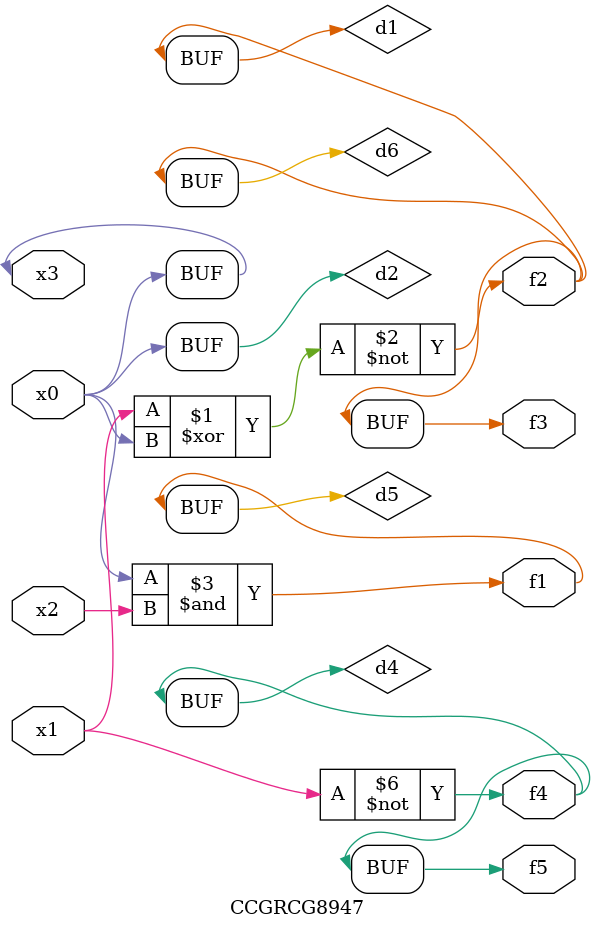
<source format=v>
module CCGRCG8947(
	input x0, x1, x2, x3,
	output f1, f2, f3, f4, f5
);

	wire d1, d2, d3, d4, d5, d6;

	xnor (d1, x1, x3);
	buf (d2, x0, x3);
	nand (d3, x0, x2);
	not (d4, x1);
	nand (d5, d3);
	or (d6, d1);
	assign f1 = d5;
	assign f2 = d6;
	assign f3 = d6;
	assign f4 = d4;
	assign f5 = d4;
endmodule

</source>
